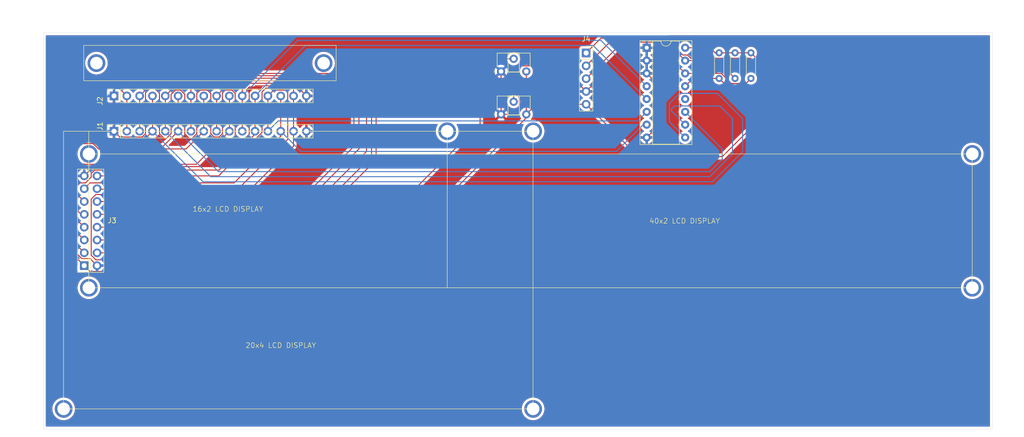
<source format=kicad_pcb>
(kicad_pcb (version 20240108) (generator "pcbnew") (generator_version "8.0")
  (layers (0 "F.Cu" signal) (31 "B.Cu" signal) (34 "B.Paste" user) (35 "F.Paste" user) (36 "B.SilkS" user "B.Silkscreen") (37 "F.SilkS" user "F.Silkscreen") (38 "B.Mask" user) (39 "F.Mask" user) (44 "Edge.Cuts" user))
  (net 0 "")
  (net 1 "GND")
  (net 2 "Net-(J1-Pin_6)")
  (net 3 "VDD")
  (net 4 "Net-(J1-Pin_10)")
  (net 5 "Net-(J1-Pin_9)")
  (net 6 "Net-(J1-Pin_14)")
  (net 7 "Net-(J1-Pin_15)")
  (net 8 "Net-(J1-Pin_11)")
  (net 9 "Net-(J1-Pin_5)")
  (net 10 "Net-(J1-Pin_12)")
  (net 11 "Net-(J1-Pin_8)")
  (net 12 "Net-(J1-Pin_7)")
  (net 13 "Net-(J1-Pin_3)")
  (net 14 "Net-(J1-Pin_4)")
  (net 15 "Net-(J1-Pin_13)")
  (net 16 "Net-(J4-Pin_SCL)")
  (net 17 "Net-(J4-Pin_GND)")
  (net 18 "Net-(J4-Pin_VDD)")
  (footprint "Resistor_THT:R_Axial_DIN0204_L3.6mm_D1.6mm_P5.08mm_Horizontal" (layer "F.Cu") (at 179.35 67.46 -90)
    (property "Reference" "R3" (hide yes))
    (property "Value" "10k")
    (fp_line (start 0.62 0.92) (end 4.46 0.92) (stroke (width 0.12)) (layer "F.SilkS"))
    (fp_line (start 0.62 -0.92) (end 4.46 -0.92) (stroke (width 0.12)) (layer "F.SilkS"))
    (pad "1" thru_hole circle (at 0 0 270) (size 1.4 1.4) (drill 0.7) (layers "*.Cu" "*.Mask") (net 3 "VDD"))
    (pad "2" thru_hole oval (at 5.08 0 270) (size 1.4 1.4) (drill 0.7) (layers "*.Cu" "*.Mask") (net 18 "Net-(J4-Pin_VDD)"))
  )
  (footprint "Connector_PinSocket_2.54mm:PinSocket_2x08_P2.54mm_Vertical" (layer "F.Cu") (at 53.58 109.62 180)
    (property "Reference" "J3" (at -5.52 8.92 0) (layer "F.SilkS"))
    (property "Value" "Conn_02x08_Odd_Even" (hide yes))
    (fp_line (start 1.33 1.27) (end 1.33 19.11) (stroke (width 0.12)) (layer "F.SilkS"))
    (fp_line (start 1.33 -1.33) (end 1.33 0) (stroke (width 0.12)) (layer "F.SilkS"))
    (fp_line (start 0 -1.33) (end 1.33 -1.33) (stroke (width 0.12)) (layer "F.SilkS"))
    (fp_line (start -1.27 1.27) (end 1.33 1.27) (stroke (width 0.12)) (layer "F.SilkS"))
    (fp_line (start -1.27 -1.33) (end -1.27 1.27) (stroke (width 0.12)) (layer "F.SilkS"))
    (fp_line (start -3.87 19.11) (end 1.33 19.11) (stroke (width 0.12)) (layer "F.SilkS"))
    (fp_line (start -3.87 -1.33) (end -1.27 -1.33) (stroke (width 0.12)) (layer "F.SilkS"))
    (fp_line (start -3.87 -1.33) (end -3.87 19.11) (stroke (width 0.12)) (layer "F.SilkS"))
    (pad "1" thru_hole oval (at -2.54 0 180) (size 1.7 1.7) (drill 1) (layers "*.Cu" "*.Mask") (net 1 "GND"))
    (pad "2" thru_hole rect (at 0 0 180) (size 1.7 1.7) (drill 1) (layers "*.Cu" "*.Mask") (net 3 "VDD"))
    (pad "3" thru_hole oval (at -2.54 2.54 180) (size 1.7 1.7) (drill 1) (layers "*.Cu" "*.Mask") (net 13 "Net-(J1-Pin_3)"))
    (pad "4" thru_hole oval (at 0 2.54 180) (size 1.7 1.7) (drill 1) (layers "*.Cu" "*.Mask") (net 14 "Net-(J1-Pin_4)"))
    (pad "5" thru_hole oval (at -2.54 5.08 180) (size 1.7 1.7) (drill 1) (layers "*.Cu" "*.Mask") (net 9 "Net-(J1-Pin_5)"))
    (pad "6" thru_hole oval (at 0 5.08 180) (size 1.7 1.7) (drill 1) (layers "*.Cu" "*.Mask") (net 2 "Net-(J1-Pin_6)"))
    (pad "7" thru_hole oval (at -2.54 7.62 180) (size 1.7 1.7) (drill 1) (layers "*.Cu" "*.Mask") (net 12 "Net-(J1-Pin_7)"))
    (pad "8" thru_hole oval (at 0 7.62 180) (size 1.7 1.7) (drill 1) (layers "*.Cu" "*.Mask") (net 11 "Net-(J1-Pin_8)"))
    (pad "9" thru_hole oval (at -2.54 10.16 180) (size 1.7 1.7) (drill 1) (layers "*.Cu" "*.Mask") (net 5 "Net-(J1-Pin_9)"))
    (pad "10" thru_hole oval (at 0 10.16 180) (size 1.7 1.7) (drill 1) (layers "*.Cu" "*.Mask") (net 4 "Net-(J1-Pin_10)"))
    (pad "11" thru_hole oval (at -2.54 12.7 180) (size 1.7 1.7) (drill 1) (layers "*.Cu" "*.Mask") (net 8 "Net-(J1-Pin_11)"))
    (pad "12" thru_hole oval (at 0 12.7 180) (size 1.7 1.7) (drill 1) (layers "*.Cu" "*.Mask") (net 10 "Net-(J1-Pin_12)"))
    (pad "13" thru_hole oval (at -2.54 15.24 180) (size 1.7 1.7) (drill 1) (layers "*.Cu" "*.Mask") (net 15 "Net-(J1-Pin_13)"))
    (pad "14" thru_hole oval (at 0 15.24 180) (size 1.7 1.7) (drill 1) (layers "*.Cu" "*.Mask") (net 6 "Net-(J1-Pin_14)"))
    (pad "15" thru_hole oval (at -2.54 17.78 180) (size 1.7 1.7) (drill 1) (layers "*.Cu" "*.Mask") (net 7 "Net-(J1-Pin_15)"))
    (pad "16" thru_hole oval (at 0 17.78 180) (size 1.7 1.7) (drill 1) (layers "*.Cu" "*.Mask") (net 1 "GND"))
  )
  (footprint "Resistor_THT:R_Axial_DIN0204_L3.6mm_D1.6mm_P5.08mm_Horizontal" (layer "F.Cu") (at 182.5 67.46 -90)
    (property "Reference" "R2" (hide yes))
    (property "Value" "10k")
    (fp_line (start 0.62 0.92) (end 4.46 0.92) (stroke (width 0.12)) (layer "F.SilkS"))
    (fp_line (start 0.62 -0.92) (end 4.46 -0.92) (stroke (width 0.12)) (layer "F.SilkS"))
    (pad "1" thru_hole circle (at 0 0 270) (size 1.4 1.4) (drill 0.7) (layers "*.Cu" "*.Mask") (net 3 "VDD"))
    (pad "2" thru_hole oval (at 5.08 0 270) (size 1.4 1.4) (drill 0.7) (layers "*.Cu" "*.Mask") (net 17 "Net-(J4-Pin_GND)"))
  )
  (footprint "Connector_PinSocket_2.54mm:PinSocket_1x16_P2.54mm_Vertical" (layer "F.Cu") (at 59.48 83 90)
    (property "Reference" "J1" (at 1 -2.77 90) (layer "F.SilkS"))
    (property "Value" "Conn_01x16_Pin" (hide yes))
    (fp_line (start 1.33 -1.33) (end 1.33 0) (stroke (width 0.12)) (layer "F.SilkS"))
    (fp_line (start 0 -1.33) (end 1.33 -1.33) (stroke (width 0.12)) (layer "F.SilkS"))
    (fp_line (start 1.33 1.27) (end 1.33 39.43) (stroke (width 0.12)) (layer "F.SilkS"))
    (fp_line (start -1.33 1.27) (end 1.33 1.27) (stroke (width 0.12)) (layer "F.SilkS"))
    (fp_line (start -1.33 1.27) (end -1.33 39.43) (stroke (width 0.12)) (layer "F.SilkS"))
    (fp_line (start -1.33 39.43) (end 1.33 39.43) (stroke (width 0.12)) (layer "F.SilkS"))
    (pad "1" thru_hole rect (at 0 0 90) (size 1.7 1.7) (drill 1) (layers "*.Cu" "*.Mask") (net 1 "GND"))
    (pad "2" thru_hole oval (at 0 2.54 90) (size 1.7 1.7) (drill 1) (layers "*.Cu" "*.Mask") (net 3 "VDD"))
    (pad "3" thru_hole oval (at 0 5.08 90) (size 1.7 1.7) (drill 1) (layers "*.Cu" "*.Mask") (net 13 "Net-(J1-Pin_3)"))
    (pad "4" thru_hole oval (at 0 7.62 90) (size 1.7 1.7) (drill 1) (layers "*.Cu" "*.Mask") (net 14 "Net-(J1-Pin_4)"))
    (pad "5" thru_hole oval (at 0 10.16 90) (size 1.7 1.7) (drill 1) (layers "*.Cu" "*.Mask") (net 9 "Net-(J1-Pin_5)"))
    (pad "6" thru_hole oval (at 0 12.7 90) (size 1.7 1.7) (drill 1) (layers "*.Cu" "*.Mask") (net 2 "Net-(J1-Pin_6)"))
    (pad "7" thru_hole oval (at 0 15.24 90) (size 1.7 1.7) (drill 1) (layers "*.Cu" "*.Mask") (net 12 "Net-(J1-Pin_7)"))
    (pad "8" thru_hole oval (at 0 17.78 90) (size 1.7 1.7) (drill 1) (layers "*.Cu" "*.Mask") (net 11 "Net-(J1-Pin_8)"))
    (pad "9" thru_hole oval (at 0 20.32 90) (size 1.7 1.7) (drill 1) (layers "*.Cu" "*.Mask") (net 5 "Net-(J1-Pin_9)"))
    (pad "10" thru_hole oval (at 0 22.86 90) (size 1.7 1.7) (drill 1) (layers "*.Cu" "*.Mask") (net 4 "Net-(J1-Pin_10)"))
    (pad "11" thru_hole oval (at 0 25.4 90) (size 1.7 1.7) (drill 1) (layers "*.Cu" "*.Mask") (net 8 "Net-(J1-Pin_11)"))
    (pad "12" thru_hole oval (at 0 27.94 90) (size 1.7 1.7) (drill 1) (layers "*.Cu" "*.Mask") (net 10 "Net-(J1-Pin_12)"))
    (pad "13" thru_hole oval (at 0 30.48 90) (size 1.7 1.7) (drill 1) (layers "*.Cu" "*.Mask") (net 15 "Net-(J1-Pin_13)"))
    (pad "14" thru_hole oval (at 0 33.02 90) (size 1.7 1.7) (drill 1) (layers "*.Cu" "*.Mask") (net 6 "Net-(J1-Pin_14)"))
    (pad "15" thru_hole oval (at 0 35.56 90) (size 1.7 1.7) (drill 1) (layers "*.Cu" "*.Mask") (net 7 "Net-(J1-Pin_15)"))
    (pad "16" thru_hole oval (at 0 38.1 90) (size 1.7 1.7) (drill 1) (layers "*.Cu" "*.Mask") (net 1 "GND"))
  )
  (footprint "Potentiometer_THT:Potentiometer_ACP_CA6-H2,5_Horizontal" (layer "F.Cu") (at 136.15 79.65 90)
    (property "Reference" "RV2" (hide yes))
    (property "Value" "10k")
    (fp_line (start 3.62 -0.77) (end 3.62 5.77) (stroke (width 0.12)) (layer "F.SilkS"))
    (fp_line (start 0.925 -0.77) (end 3.62 -0.77) (stroke (width 0.12)) (layer "F.SilkS"))
    (fp_line (start -0.121 1.066) (end -0.121 3.935) (stroke (width 0.12)) (layer "F.SilkS"))
    (fp_line (start 3.62 1.38) (end 3.62 3.62) (stroke (width 0.12)) (layer "F.SilkS"))
    (fp_line (start -0.121 1.38) (end 3.62 1.38) (stroke (width 0.12)) (layer "F.SilkS"))
    (fp_line (start -0.121 1.38) (end -0.121 3.62) (stroke (width 0.12)) (layer "F.SilkS"))
    (fp_line (start -0.121 3.62) (end 3.62 3.62) (stroke (width 0.12)) (layer "F.SilkS"))
    (fp_line (start 0.925 5.77) (end 3.62 5.77) (stroke (width 0.12)) (layer "F.SilkS"))
    (pad "1" thru_hole circle (at 0 0 90) (size 1.62 1.62) (drill 0.9) (layers "*.Cu" "*.Mask") (net 1 "GND"))
    (pad "2" thru_hole circle (at 2.5 2.5 90) (size 1.62 1.62) (drill 0.9) (layers "*.Cu" "*.Mask") (net 7 "Net-(J1-Pin_15)"))
    (pad "3" thru_hole circle (at 0 5 90) (size 1.62 1.62) (drill 0.9) (layers "*.Cu" "*.Mask") (net 3 "VDD"))
  )
  (footprint "Package_DIP:DIP-16_W7.62mm_Socket" (layer "F.Cu") (at 165 66.46)
    (property "Reference" "U1" (hide yes))
    (property "Value" "PCF8574A")
    (fp_line (start -1.33 -1.39) (end -1.33 19.17) (stroke (width 0.12)) (layer "F.SilkS"))
    (fp_line (start -1.33 19.17) (end 8.95 19.17) (stroke (width 0.12)) (layer "F.SilkS"))
    (fp_line (start 1.16 -1.33) (end 1.16 19.11) (stroke (width 0.12)) (layer "F.SilkS"))
    (fp_line (start 1.16 19.11) (end 6.46 19.11) (stroke (width 0.12)) (layer "F.SilkS"))
    (fp_line (start 2.81 -1.33) (end 1.16 -1.33) (stroke (width 0.12)) (layer "F.SilkS"))
    (fp_line (start 6.46 -1.33) (end 4.81 -1.33) (stroke (width 0.12)) (layer "F.SilkS"))
    (fp_line (start 6.46 19.11) (end 6.46 -1.33) (stroke (width 0.12)) (layer "F.SilkS"))
    (fp_line (start 8.95 -1.39) (end -1.33 -1.39) (stroke (width 0.12)) (layer "F.SilkS"))
    (fp_line (start 8.95 19.17) (end 8.95 -1.39) (stroke (width 0.12)) (layer "F.SilkS"))
    (fp_arc (start 4.81 -1.33) (mid 3.81 -0.33) (end 2.81 -1.33) (stroke (width 0.12)) (layer "F.SilkS"))
    (pad "1" thru_hole rect (at 0 0) (size 1.6 1.6) (drill 0.8) (layers "*.Cu" "*.Mask") (net 1 "GND"))
    (pad "2" thru_hole oval (at 0 2.54) (size 1.6 1.6) (drill 0.8) (layers "*.Cu" "*.Mask") (net 1 "GND"))
    (pad "3" thru_hole oval (at 0 5.08) (size 1.6 1.6) (drill 0.8) (layers "*.Cu" "*.Mask") (net 1 "GND"))
    (pad "4" thru_hole oval (at 0 7.62) (size 1.6 1.6) (drill 0.8) (layers "*.Cu" "*.Mask") (net 8 "Net-(J1-Pin_11)"))
    (pad "5" thru_hole oval (at 0 10.16) (size 1.6 1.6) (drill 0.8) (layers "*.Cu" "*.Mask") (net 10 "Net-(J1-Pin_12)"))
    (pad "6" thru_hole oval (at 0 12.7) (size 1.6 1.6) (drill 0.8) (layers "*.Cu" "*.Mask") (net 15 "Net-(J1-Pin_13)"))
    (pad "7" thru_hole oval (at 0 15.24) (size 1.6 1.6) (drill 0.8) (layers "*.Cu" "*.Mask") (net 6 "Net-(J1-Pin_14)"))
    (pad "8" thru_hole oval (at 0 17.78) (size 1.6 1.6) (drill 0.8) (layers "*.Cu" "*.Mask") (net 1 "GND"))
    (pad "9" thru_hole oval (at 7.62 17.78) (size 1.6 1.6) (drill 0.8) (layers "*.Cu" "*.Mask") (net 14 "Net-(J1-Pin_4)"))
    (pad "10" thru_hole oval (at 7.62 15.24) (size 1.6 1.6) (drill 0.8) (layers "*.Cu" "*.Mask") (net 9 "Net-(J1-Pin_5)"))
    (pad "11" thru_hole oval (at 7.62 12.7) (size 1.6 1.6) (drill 0.8) (layers "*.Cu" "*.Mask") (net 2 "Net-(J1-Pin_6)"))
    (pad "12" thru_hole oval (at 7.62 10.16) (size 1.6 1.6) (drill 0.8) (layers "*.Cu" "*.Mask"))
    (pad "13" thru_hole oval (at 7.62 7.62) (size 1.6 1.6) (drill 0.8) (layers "*.Cu" "*.Mask") (net 18 "Net-(J4-Pin_VDD)"))
    (pad "14" thru_hole oval (at 7.62 5.08) (size 1.6 1.6) (drill 0.8) (layers "*.Cu" "*.Mask") (net 16 "Net-(J4-Pin_SCL)"))
    (pad "15" thru_hole oval (at 7.62 2.54) (size 1.6 1.6) (drill 0.8) (layers "*.Cu" "*.Mask") (net 17 "Net-(J4-Pin_GND)"))
    (pad "16" thru_hole oval (at 7.62 0) (size 1.6 1.6) (drill 0.8) (layers "*.Cu" "*.Mask") (net 3 "VDD"))
  )
  (footprint "Connector_PinSocket_2.54mm:PinSocket_1x05_P2.54mm_Vertical" (layer "F.Cu") (at 153 67.5)
    (property "Reference" "J4" (at 0 -2.77 0) (layer "F.SilkS"))
    (property "Value" "Conn_01x05_Socket" (hide yes))
    (fp_line (start -1.33 1.27) (end -1.33 11.49) (stroke (width 0.12)) (layer "F.SilkS"))
    (fp_line (start -1.33 1.27) (end 1.33 1.27) (stroke (width 0.12)) (layer "F.SilkS"))
    (fp_line (start -1.33 11.49) (end 1.33 11.49) (stroke (width 0.12)) (layer "F.SilkS"))
    (fp_line (start 0 -1.33) (end 1.33 -1.33) (stroke (width 0.12)) (layer "F.SilkS"))
    (fp_line (start 1.33 -1.33) (end 1.33 0) (stroke (width 0.12)) (layer "F.SilkS"))
    (fp_line (start 1.33 1.27) (end 1.33 11.49) (stroke (width 0.12)) (layer "F.SilkS"))
    (pad "1" thru_hole rect (at 0 0) (size 1.7 1.7) (drill 1) (layers "*.Cu" "*.Mask") (net 18 "Net-(J4-Pin_VDD)"))
    (pad "2" thru_hole oval (at 0 2.54) (size 1.7 1.7) (drill 1) (layers "*.Cu" "*.Mask") (net 17 "Net-(J4-Pin_GND)"))
    (pad "3" thru_hole oval (at 0 5.08) (size 1.7 1.7) (drill 1) (layers "*.Cu" "*.Mask") (net 16 "Net-(J4-Pin_SCL)"))
    (pad "4" thru_hole oval (at 0 7.62) (size 1.7 1.7) (drill 1) (layers "*.Cu" "*.Mask") (net 1 "GND"))
    (pad "5" thru_hole oval (at 0 10.16) (size 1.7 1.7) (drill 1) (layers "*.Cu" "*.Mask") (net 3 "VDD"))
  )
  (footprint "Connector_PinSocket_2.54mm:PinSocket_1x16_P2.54mm_Vertical" (layer "F.Cu") (at 59.48 76 90)
    (property "Reference" "J2" (at -1 -2.77 90) (layer "F.SilkS"))
    (property "Value" "Conn_01x16_Pin" (hide yes))
    (fp_line (start 1.33 -1.33) (end 1.33 0) (stroke (width 0.12)) (layer "F.SilkS"))
    (fp_line (start 0 -1.33) (end 1.33 -1.33) (stroke (width 0.12)) (layer "F.SilkS"))
    (fp_line (start 1.33 1.27) (end 1.33 39.43) (stroke (width 0.12)) (layer "F.SilkS"))
    (fp_line (start -1.33 1.27) (end 1.33 1.27) (stroke (width 0.12)) (layer "F.SilkS"))
    (fp_line (start -1.33 1.27) (end -1.33 39.43) (stroke (width 0.12)) (layer "F.SilkS"))
    (fp_line (start -1.33 39.43) (end 1.33 39.43) (stroke (width 0.12)) (layer "F.SilkS"))
    (pad "1" thru_hole rect (at 0 0 90) (size 1.7 1.7) (drill 1) (layers "*.Cu" "*.Mask") (net 1 "GND"))
    (pad "2" thru_hole oval (at 0 2.54 90) (size 1.7 1.7) (drill 1) (layers "*.Cu" "*.Mask") (net 3 "VDD"))
    (pad "3" thru_hole oval (at 0 5.08 90) (size 1.7 1.7) (drill 1) (layers "*.Cu" "*.Mask") (net 13 "Net-(J1-Pin_3)"))
    (pad "4" thru_hole oval (at 0 7.62 90) (size 1.7 1.7) (drill 1) (layers "*.Cu" "*.Mask") (net 14 "Net-(J1-Pin_4)"))
    (pad "5" thru_hole oval (at 0 10.16 90) (size 1.7 1.7) (drill 1) (layers "*.Cu" "*.Mask") (net 9 "Net-(J1-Pin_5)"))
    (pad "6" thru_hole oval (at 0 12.7 90) (size 1.7 1.7) (drill 1) (layers "*.Cu" "*.Mask") (net 2 "Net-(J1-Pin_6)"))
    (pad "7" thru_hole oval (at 0 15.24 90) (size 1.7 1.7) (drill 1) (layers "*.Cu" "*.Mask") (net 12 "Net-(J1-Pin_7)"))
    (pad "8" thru_hole oval (at 0 17.78 90) (size 1.7 1.7) (drill 1) (layers "*.Cu" "*.Mask") (net 11 "Net-(J1-Pin_8)"))
    (pad "9" thru_hole oval (at 0 20.32 90) (size 1.7 1.7) (drill 1) (layers "*.Cu" "*.Mask") (net 5 "Net-(J1-Pin_9)"))
    (pad "10" thru_hole oval (at 0 22.86 90) (size 1.7 1.7) (drill 1) (layers "*.Cu" "*.Mask") (net 4 "Net-(J1-Pin_10)"))
    (pad "11" thru_hole oval (at 0 25.4 90) (size 1.7 1.7) (drill 1) (layers "*.Cu" "*.Mask") (net 8 "Net-(J1-Pin_11)"))
    (pad "12" thru_hole oval (at 0 27.94 90) (size 1.7 1.7) (drill 1) (layers "*.Cu" "*.Mask") (net 10 "Net-(J1-Pin_12)"))
    (pad "13" thru_hole oval (at 0 30.48 90) (size 1.7 1.7) (drill 1) (layers "*.Cu" "*.Mask") (net 15 "Net-(J1-Pin_13)"))
    (pad "14" thru_hole oval (at 0 33.02 90) (size 1.7 1.7) (drill 1) (layers "*.Cu" "*.Mask") (net 6 "Net-(J1-Pin_14)"))
    (pad "15" thru_hole oval (at 0 35.56 90) (size 1.7 1.7) (drill 1) (layers "*.Cu" "*.Mask") (net 7 "Net-(J1-Pin_15)"))
    (pad "16" thru_hole oval (at 0 38.1 90) (size 1.7 1.7) (drill 1) (layers "*.Cu" "*.Mask") (net 1 "GND"))
  )
  (footprint "Potentiometer_THT:Potentiometer_ACP_CA6-H2,5_Horizontal" (layer "F.Cu") (at 136.15 71.15 90)
    (property "Reference" "RV1" (hide yes))
    (property "Value" "10k")
    (fp_line (start 3.62 -0.77) (end 3.62 5.77) (stroke (width 0.12)) (layer "F.SilkS"))
    (fp_line (start 0.925 -0.77) (end 3.62 -0.77) (stroke (width 0.12)) (layer "F.SilkS"))
    (fp_line (start -0.121 1.066) (end -0.121 3.935) (stroke (width 0.12)) (layer "F.SilkS"))
    (fp_line (start 3.62 1.38) (end 3.62 3.62) (stroke (width 0.12)) (layer "F.SilkS"))
    (fp_line (start -0.121 1.38) (end 3.62 1.38) (stroke (width 0.12)) (layer "F.SilkS"))
    (fp_line (start -0.121 1.38) (end -0.121 3.62) (stroke (width 0.12)) (layer "F.SilkS"))
    (fp_line (start -0.121 3.62) (end 3.62 3.62) (stroke (width 0.12)) (layer "F.SilkS"))
    (fp_line (start 0.925 5.77) (end 3.62 5.77) (stroke (width 0.12)) (layer "F.SilkS"))
    (pad "1" thru_hole circle (at 0 0 90) (size 1.62 1.62) (drill 0.9) (layers "*.Cu" "*.Mask") (net 1 "GND"))
    (pad "2" thru_hole circle (at 2.5 2.5 90) (size 1.62 1.62) (drill 0.9) (layers "*.Cu" "*.Mask") (net 13 "Net-(J1-Pin_3)"))
    (pad "3" thru_hole circle (at 0 5 90) (size 1.62 1.62) (drill 0.9) (layers "*.Cu" "*.Mask") (net 3 "VDD"))
  )
  (footprint "Resistor_THT:R_Axial_DIN0204_L3.6mm_D1.6mm_P5.08mm_Horizontal" (layer "F.Cu") (at 185.65 67.46 -90)
    (property "Reference" "R1" (hide yes))
    (property "Value" "10k")
    (fp_line (start 0.62 0.92) (end 4.46 0.92) (stroke (width 0.12)) (layer "F.SilkS"))
    (fp_line (start 0.62 -0.92) (end 4.46 -0.92) (stroke (width 0.12)) (layer "F.SilkS"))
    (pad "1" thru_hole circle (at 0 0 270) (size 1.4 1.4) (drill 0.7) (layers "*.Cu" "*.Mask") (net 3 "VDD"))
    (pad "2" thru_hole oval (at 5.08 0 270) (size 1.4 1.4) (drill 0.7) (layers "*.Cu" "*.Mask") (net 16 "Net-(J4-Pin_SCL)"))
  )
  (gr_rect (start 54.48 87.5) (end 229.48 114) (stroke (width 0.1)) (fill none) (layer "F.SilkS"))
  (gr_rect (start 53.48 66) (end 103.48 73) (stroke (width 0.1)) (fill none) (layer "F.SilkS"))
  (gr_rect (start 54.48 83) (end 125.48 114) (stroke (width 0.1)) (fill none) (layer "F.SilkS"))
  (gr_rect (start 49.48 83) (end 142.48 138) (stroke (width 0.1)) (fill none) (layer "F.SilkS"))
  (gr_rect (start 45.48 63.5) (end 233.5 142) (stroke (width 0.05)) (fill none) (layer "Edge.Cuts"))
  (gr_text "40x2 LCD DISPLAY\n" (at 165.48 101.35 0) (layer "F.SilkS") (effects (font (size 1 1) (thickness 0.1)) (justify left bottom)))
  (gr_text "20x4 LCD DISPLAY\n" (at 85.48 126 0) (layer "F.SilkS") (effects (font (size 1 1) (thickness 0.1)) (justify left bottom)))
  (gr_text "16x2 LCD DISPLAY\n" (at 75 99 0) (layer "F.SilkS") (effects (font (size 1 1) (thickness 0.1)) (justify left bottom)))
  (via (at 229.5 87.5) (size 3.5) (drill 2.5) (layers "F.Cu" "B.Cu") (net 0))
  (via (at 54.5 87.5) (size 3.5) (drill 2.5) (layers "F.Cu" "B.Cu") (net 0))
  (via (at 229.5 114) (size 3.5) (drill 2.5) (layers "F.Cu" "B.Cu") (net 0))
  (via (at 49.5 138) (size 3.5) (drill 2.5) (layers "F.Cu" "B.Cu") (net 0))
  (via (at 101 69.5) (size 3.5) (drill 2.5) (layers "F.Cu" "B.Cu") (net 0))
  (via (at 142.5 83) (size 3.5) (drill 2.5) (layers "F.Cu" "B.Cu") (net 0))
  (via (at 54.5 114) (size 3.5) (drill 2.5) (layers "F.Cu" "B.Cu") (net 0))
  (via (at 142.5 138) (size 3.5) (drill 2.5) (layers "F.Cu" "B.Cu") (net 0))
  (via (at 56 69.5) (size 3.5) (drill 2.5) (layers "F.Cu" "B.Cu") (net 0))
  (via (at 125.48 83) (size 3.5) (drill 2.5) (layers "F.Cu" "B.Cu") (net 0))
  (segment (start 55.767968 90) (end 79.854314 90) (width 0.2) (layer "F.Cu") (net 1))
  (segment (start 55.07 90.35) (end 55.417968 90.35) (width 0.2) (layer "F.Cu") (net 1))
  (segment (start 86.27 75.23) (end 87.5 74) (width 0.2) (layer "F.Cu") (net 1))
  (segment (start 48 85) (end 48 103.126346) (width 0.2) (layer "F.Cu") (net 1))
  (segment (start 67.5 74.5) (end 66.625686 74.5) (width 0.2) (layer "F.Cu") (net 1))
  (segment (start 78.65 83.476346) (end 78.65 75.523654) (width 0.2) (layer "F.Cu") (net 1))
  (segment (start 65.71 75.415686) (end 65.71 83.476346) (width 0.2) (layer "F.Cu") (net 1))
  (segment (start 72.656346 74.85) (end 71.65 74.85) (width 0.2) (layer "F.Cu") (net 1))
  (segment (start 78.65 75.523654) (end 77.976346 74.85) (width 0.2) (layer "F.Cu") (net 1))
  (segment (start 55.417968 90.35) (end 55.767968 90) (width 0.2) (layer "F.Cu") (net 1))
  (segment (start 95.58 74) (end 97.58 76) (width 0.2) (layer "F.Cu") (net 1))
  (segment (start 168.5 80.74) (end 168.5 75.04) (width 0.2) (layer "F.Cu") (net 1))
  (segment (start 69.766346 84.5) (end 69.5 84.5) (width 0.2) (layer "F.Cu") (net 1))
  (segment (start 65.71 83.476346) (end 65.036346 84.15) (width 0.2) (layer "F.Cu") (net 1))
  (segment (start 139.76 78.74) (end 138.85 79.65) (width 0.2) (layer "F.Cu") (net 1))
  (segment (start 75.87 83.476346) (end 74.846346 84.5) (width 0.2) (layer "F.Cu") (net 1))
  (segment (start 80.95 83.476346) (end 80.276346 84.15) (width 0.2) (layer "F.Cu") (net 1))
  (segment (start 79.854314 90) (end 84.677157 85.177157) (width 0.2) (layer "F.Cu") (net 1))
  (segment (start 168.5 75.04) (end 165 71.54) (width 0.2) (layer "F.Cu") (net 1))
  (segment (start 87.5 74) (end 95.58 74) (width 0.2) (layer "F.Cu") (net 1))
  (segment (start 81.515686 74.85) (end 80.95 75.415686) (width 0.2) (layer "F.Cu") (net 1))
  (segment (start 59.48 83) (end 50 83) (width 0.2) (layer "F.Cu") (net 1))
  (segment (start 83.49 75.523654) (end 82.816346 74.85) (width 0.2) (layer "F.Cu") (net 1))
  (segment (start 71.65 74.85) (end 70.79 75.71) (width 0.2) (layer "F.Cu") (net 1))
  (segment (start 84.677157 85.177157) (end 83.49 83.99) (width 0.2) (layer "F.Cu") (net 1))
  (segment (start 136.15 79.65) (end 135.65 79.65) (width 0.2) (layer "F.Cu") (net 1))
  (segment (start 48 103.126346) (end 53.103654 108.23) (width 0.2) (layer "F.Cu") (net 1))
  (segment (start 55.417968 90.35) (end 55.35 90.35) (width 0.2) (layer "F.Cu") (net 1))
  (segment (start 165 71.54) (end 165 66.46) (width 0.2) (layer "F.Cu") (net 1))
  (segment (start 50 83) (end 48 85) (width 0.2) (layer "F.Cu") (net 1))
  (segment (start 60.63 84.15) (end 59.48 83) (width 0.2) (layer "F.Cu") (net 1))
  (segment (start 83.49 83.99) (end 83.49 75.523654) (width 0.2) (layer "F.Cu") (net 1))
  (segment (start 165 71.54) (end 156.58 71.54) (width 0.2) (layer "F.Cu") (net 1))
  (segment (start 80.95 75.415686) (end 80.95 83.476346) (width 0.2) (layer "F.Cu") (net 1))
  (segment (start 70.79 83.476346) (end 69.766346 84.5) (width 0.2) (layer "F.Cu") (net 1))
  (segment (start 79.323654 84.15) (end 78.65 83.476346) (width 0.2) (layer "F.Cu") (net 1))
  (segment (start 165 84.24) (end 168.5 80.74) (width 0.2) (layer "F.Cu") (net 1))
  (segment (start 68.49 75.49) (end 67.5 74.5) (width 0.2) (layer "F.Cu") (net 1))
  (segment (start 84.677157 85.177157) (end 86.27 83.584314) (width 0.2) (layer "F.Cu") (net 1))
  (segment (start 74.5 84.5) (end 73.5 83.5) (width 0.2) (layer "F.Cu") (net 1))
  (segment (start 54.73 108.23) (end 56.12 109.62) (width 0.2) (layer "F.Cu") (net 1))
  (segment (start 106.18 109.62) (end 56.12 109.62) (width 0.2) (layer "F.Cu") (net 1))
  (segment (start 75.87 75.523654) (end 75.87 83.476346) (width 0.2) (layer "F.Cu") (net 1))
  (segment (start 69.5 84.5) (end 68.49 83.49) (width 0.2) (layer "F.Cu") (net 1))
  (segment (start 66.625686 74.5) (end 65.71 75.415686) (width 0.2) (layer "F.Cu") (net 1))
  (segment (start 73.5 75.693654) (end 72.656346 74.85) (width 0.2) (layer "F.Cu") (net 1))
  (segment (start 82.816346 74.85) (end 81.515686 74.85) (width 0.2) (layer "F.Cu") (net 1))
  (segment (start 70.79 75.71) (end 70.79 83.476346) (width 0.2) (layer "F.Cu") (net 1))
  (segment (start 136.15 79.65) (end 106.18 109.62) (width 0.2) (layer "F.Cu") (net 1))
  (segment (start 156.58 71.54) (end 153 75.12) (width 0.2) (layer "F.Cu") (net 1))
  (segment (start 73.5 83.5) (end 73.5 75.693654) (width 0.2) (layer "F.Cu") (net 1))
  (segment (start 86.27 83.584314) (end 86.27 75.23) (width 0.2) (layer "F.Cu") (net 1))
  (segment (start 80.276346 84.15) (end 79.323654 84.15) (width 0.2) (layer "F.Cu") (net 1))
  (segment (start 53.58 91.84) (end 55.07 90.35) (width 0.2) (layer "F.Cu") (net 1))
  (segment (start 68.49 83.49) (end 68.49 75.49) (width 0.2) (layer "F.Cu") (net 1))
  (segment (start 139.96 70.04) (end 139.76 70.24) (width 0.2) (layer "F.Cu") (net 1))
  (segment (start 74.846346 84.5) (end 74.5 84.5) (width 0.2) (layer "F.Cu") (net 1))
  (segment (start 76.543654 74.85) (end 75.87 75.523654) (width 0.2) (layer "F.Cu") (net 1))
  (segment (start 77.976346 74.85) (end 76.543654 74.85) (width 0.2) (layer "F.Cu") (net 1))
  (segment (start 147.92 70.04) (end 139.96 70.04) (width 0.2) (layer "F.Cu") (net 1))
  (segment (start 59.48 76) (end 59.48 83) (width 0.2) (layer "F.Cu") (net 1))
  (segment (start 139.76 70.24) (end 139.76 78.74) (width 0.2) (layer "F.Cu") (net 1))
  (segment (start 136.15 79.65) (end 136.15 71.15) (width 0.2) (layer "F.Cu") (net 1))
  (segment (start 53.103654 108.23) (end 54.73 108.23) (width 0.2) (layer "F.Cu") (net 1))
  (segment (start 97.58 76) (end 97.58 83) (width 0.2) (layer "F.Cu") (net 1))
  (segment (start 65.036346 84.15) (end 60.63 84.15) (width 0.2) (layer "F.Cu") (net 1))
  (segment (start 138.85 79.65) (end 136.15 79.65) (width 0.2) (layer "F.Cu") (net 1))
  (segment (start 153 75.12) (end 147.92 70.04) (width 0.2) (layer "F.Cu") (net 1))
  (segment (start 49 99.96) (end 49 87.5) (width 0.2) (layer "F.Cu") (net 2))
  (segment (start 69.18 86) (end 72.18 83) (width 0.2) (layer "F.Cu") (net 2))
  (segment (start 56.464824 86) (end 69.18 86) (width 0.2) (layer "F.Cu") (net 2))
  (segment (start 49 87.5) (end 51.45 85.05) (width 0.2) (layer "F.Cu") (net 2))
  (segment (start 53.58 104.54) (end 49 99.96) (width 0.2) (layer "F.Cu") (net 2))
  (segment (start 72.18 76) (end 72.18 83) (width 0.2) (layer "F.Cu") (net 2))
  (segment (start 55.514824 85.05) (end 56.464824 86) (width 0.2) (layer "F.Cu") (net 2))
  (segment (start 51.45 85.05) (end 55.514824 85.05) (width 0.2) (layer "F.Cu") (net 2))
  (segment (start 80.18 91) (end 72.18 83) (width 0.2) (layer "B.Cu") (net 2))
  (segment (start 179.96 88.54) (end 177.5 91) (width 0.2) (layer "B.Cu") (net 2))
  (segment (start 179.96 86.5) (end 179.96 88.54) (width 0.2) (layer "B.Cu") (net 2))
  (segment (start 177.5 91) (end 80.18 91) (width 0.2) (layer "B.Cu") (net 2))
  (segment (start 172.62 79.16) (end 179.96 86.5) (width 0.2) (layer "B.Cu") (net 2))
  (segment (start 62.02 76) (end 60.02 74) (width 0.2) (layer "F.Cu") (net 3))
  (segment (start 179.35 67.46) (end 185.65 67.46) (width 0.2) (layer "F.Cu") (net 3))
  (segment (start 54.73 110.77) (end 53.58 109.62) (width 0.2) (layer "F.Cu") (net 3))
  (segment (start 153 77.66) (end 163.34 88) (width 0.2) (layer "F.Cu") (net 3))
  (segment (start 110.73 110.77) (end 54.73 110.77) (width 0.2) (layer "F.Cu") (net 3))
  (segment (start 177.54 66.46) (end 172.62 66.46) (width 0.2) (layer "F.Cu") (net 3))
  (segment (start 143.14 77.66) (end 141.15 79.65) (width 0.2) (layer "F.Cu") (net 3))
  (segment (start 53.58 109.62) (end 47.5 103.54) (width 0.2) (layer "F.Cu") (net 3))
  (segment (start 141.15 79.65) (end 141.15 80.35) (width 0.2) (layer "F.Cu") (net 3))
  (segment (start 180 88) (end 192 76) (width 0.2) (layer "F.Cu") (net 3))
  (segment (start 185.65 67.46) (end 192 73.81) (width 0.2) (layer "F.Cu") (net 3))
  (segment (start 62.02 76) (end 62.02 83) (width 0.2) (layer "F.Cu") (net 3))
  (segment (start 47.5 103.54) (end 47.5 77.5) (width 0.2) (layer "F.Cu") (net 3))
  (segment (start 141.15 71.15) (end 141.15 79.65) (width 0.2) (layer "F.Cu") (net 3))
  (segment (start 141.15 80.35) (end 110.73 110.77) (width 0.2) (layer "F.Cu") (net 3))
  (segment (start 163.34 88) (end 180 88) (width 0.2) (layer "F.Cu") (net 3))
  (segment (start 153 77.66) (end 143.14 77.66) (width 0.2) (layer "F.Cu") (net 3))
  (segment (start 192 76) (end 192 73.81) (width 0.2) (layer "F.Cu") (net 3))
  (segment (start 179.35 67.46) (end 178.54 67.46) (width 0.2) (layer "F.Cu") (net 3))
  (segment (start 178.54 67.46) (end 177.54 66.46) (width 0.2) (layer "F.Cu") (net 3))
  (segment (start 60.02 74) (end 51 74) (width 0.2) (layer "F.Cu") (net 3))
  (segment (start 47.5 77.5) (end 51 74) (width 0.2) (layer "F.Cu") (net 3))
  (segment (start 50 96.5) (end 50 91) (width 0.2) (layer "F.Cu") (net 4))
  (segment (start 51.5 89.5) (end 53.600862 89.5) (width 0.2) (layer "F.Cu") (net 4))
  (segment (start 53.650862 89.55) (end 75.79 89.55) (width 0.2) (layer "F.Cu") (net 4))
  (segment (start 53.58 99.46) (end 52.96 99.46) (width 0.2) (layer "F.Cu") (net 4))
  (segment (start 52.96 99.46) (end 50 96.5) (width 0.2) (layer "F.Cu") (net 4))
  (segment (start 75.79 89.55) (end 82.34 83) (width 0.2) (layer "F.Cu") (net 4))
  (segment (start 50 91) (end 51.5 89.5) (width 0.2) (layer "F.Cu") (net 4))
  (segment (start 82.34 76) (end 82.34 83) (width 0.2) (layer "F.Cu") (net 4))
  (segment (start 53.600862 89.5) (end 53.650862 89.55) (width 0.2) (layer "F.Cu") (net 4))
  (segment (start 108 86.5) (end 108 77.5) (width 0.2) (layer "F.Cu") (net 5))
  (segment (start 56.12 99.46) (end 95.04 99.46) (width 0.2) (layer "F.Cu") (net 5))
  (segment (start 82.8 73) (end 79.8 76) (width 0.2) (layer "F.Cu") (net 5))
  (segment (start 103.5 73) (end 82.8 73) (width 0.2) (layer "F.Cu") (net 5))
  (segment (start 79.8 76) (end 79.8 83) (width 0.2) (layer "F.Cu") (net 5))
  (segment (start 108 77.5) (end 103.5 73) (width 0.2) (layer "F.Cu") (net 5))
  (segment (start 95.04 99.46) (end 108 86.5) (width 0.2) (layer "F.Cu") (net 5))
  (segment (start 54.73 93.23) (end 83.27 93.23) (width 0.2) (layer "F.Cu") (net 6))
  (segment (start 92.5 84) (end 92.5 83) (width 0.2) (layer "F.Cu") (net 6))
  (segment (start 83.27 93.23) (end 92.5 84) (width 0.2) (layer "F.Cu") (net 6))
  (segment (start 92.5 76) (end 92.5 83) (width 0.2) (layer "F.Cu") (net 6))
  (segment (start 53.58 94.38) (end 54.73 93.23) (width 0.2) (layer "F.Cu") (net 6))
  (segment (start 96.5 87) (end 92.5 83) (width 0.2) (layer "B.Cu") (net 6))
  (segment (start 164.3 81.7) (end 159 87) (width 0.2) (layer "B.Cu") (net 6))
  (segment (start 159 87) (end 96.5 87) (width 0.2) (layer "B.Cu") (net 6))
  (segment (start 165 81.7) (end 164.3 81.7) (width 0.2) (layer "B.Cu") (net 6))
  (segment (start 88.81 75.19) (end 89.55 74.45) (width 0.2) (layer "F.Cu") (net 7))
  (segment (start 105.03 108.47) (end 55.883654 108.47) (width 0.2) (layer "F.Cu") (net 7))
  (segment (start 94.95 74.45) (end 95.04 74.54) (width 0.2) (layer "F.Cu") (net 7))
  (segment (start 56.12 91.84) (end 80.206346 91.84) (width 0.2) (layer "F.Cu") (net 7))
  (segment (start 137.034889 69.5) (end 133.1 69.5) (width 0.2) (layer "F.Cu") (net 7))
  (segment (start 132 81.5) (end 105.03 108.47) (width 0.2) (layer "F.Cu") (net 7))
  (segment (start 54.97 96.443654) (end 55.883654 95.53) (width 0.2) (layer "F.Cu") (net 7))
  (segment (start 54.97 107.556346) (end 54.97 96.443654) (width 0.2) (layer "F.Cu") (net 7))
  (segment (start 80.523173 91.523173) (end 88.81 83.236346) (width 0.2) (layer "F.Cu") (net 7))
  (segment (start 80.206346 91.84) (end 80.523173 91.523173) (width 0.2) (layer "F.Cu") (net 7))
  (segment (start 85.47 95.53) (end 95.04 85.96) (width 0.2) (layer "F.Cu") (net 7))
  (segment (start 95.04 85.96) (end 95.04 83) (width 0.2) (layer "F.Cu") (net 7))
  (segment (start 95.04 76) (end 95.04 83) (width 0.2) (layer "F.Cu") (net 7))
  (segment (start 138.65 71.115111) (end 137.034889 69.5) (width 0.2) (layer "F.Cu") (net 7))
  (segment (start 138.65 77.15) (end 138.65 71.115111) (width 0.2) (layer "F.Cu") (net 7))
  (segment (start 55.883654 108.47) (end 54.97 107.556346) (width 0.2) (layer "F.Cu") (net 7))
  (segment (start 95.04 74.54) (end 95.04 83) (width 0.2) (layer "F.Cu") (net 7))
  (segment (start 132 70.6) (end 132 81.5) (width 0.2) (layer "F.Cu") (net 7))
  (segment (start 89.55 74.45) (end 94.95 74.45) (width 0.2) (layer "F.Cu") (net 7))
  (segment (start 55.883654 95.53) (end 85.47 95.53) (width 0.2) (layer "F.Cu") (net 7))
  (segment (start 133.1 69.5) (end 132 70.6) (width 0.2) (layer "F.Cu") (net 7))
  (segment (start 56.12 91.84) (end 55.940862 91.84) (width 0.2) (layer "F.Cu") (net 7))
  (segment (start 88.81 83.236346) (end 88.81 75.19) (width 0.2) (layer "F.Cu") (net 7))
  (segment (start 84.88 76) (end 84.88 83) (width 0.2) (layer "F.Cu") (net 8))
  (segment (start 107 86) (end 107 78) (width 0.2) (layer "F.Cu") (net 8))
  (segment (start 56.12 96.92) (end 96.08 96.92) (width 0.2) (layer "F.Cu") (net 8))
  (segment (start 86 73.5) (end 84.88 74.62) (width 0.2) (layer "F.Cu") (net 8))
  (segment (start 102.5 73.5) (end 86 73.5) (width 0.2) (layer "F.Cu") (net 8))
  (segment (start 96.08 96.92) (end 107 86) (width 0.2) (layer "F.Cu") (net 8))
  (segment (start 84.88 74.62) (end 84.88 76) (width 0.2) (layer "F.Cu") (net 8))
  (segment (start 107 78) (end 102.5 73.5) (width 0.2) (layer "F.Cu") (net 8))
  (segment (start 95.88 65) (end 84.88 76) (width 0.2) (layer "B.Cu") (net 8))
  (segment (start 155.92 65) (end 95.88 65) (width 0.2) (layer "B.Cu") (net 8))
  (segment (start 165 74.08) (end 155.92 65) (width 0.2) (layer "B.Cu") (net 8))
  (segment (start 56.12 104.54) (end 93.96 104.54) (width 0.2) (layer "F.Cu") (net 9))
  (segment (start 73.5 72) (end 71 74.5) (width 0.2) (layer "F.Cu") (net 9))
  (segment (start 71 74.5) (end 71 74.64) (width 0.2) (layer "F.Cu") (net 9))
  (segment (start 104.5 72) (end 73.5 72) (width 0.2) (layer "F.Cu") (net 9))
  (segment (start 110.5 78) (end 104.5 72) (width 0.2) (layer "F.Cu") (net 9))
  (segment (start 93.96 104.54) (end 110.5 88) (width 0.2) (layer "F.Cu") (net 9))
  (segment (start 71 74.64) (end 69.64 76) (width 0.2) (layer "F.Cu") (net 9))
  (segment (start 110.5 88) (end 110.5 78) (width 0.2) (layer "F.Cu") (net 9))
  (segment (start 69.64 76) (end 69.64 83) (width 0.2) (layer "F.Cu") (net 9))
  (segment (start 179.5 78) (end 182 80.5) (width 0.2) (layer "B.Cu") (net 9))
  (segment (start 182 87.5) (end 177.5 92) (width 0.2) (layer "B.Cu") (net 9))
  (segment (start 169.9 78.599999) (end 170.499999 78) (width 0.2) (layer "B.Cu") (net 9))
  (segment (start 169.9 78.979999) (end 169.9 78.599999) (width 0.2) (layer "B.Cu") (net 9))
  (segment (start 182 80.5) (end 182 87.5) (width 0.2) (layer "B.Cu") (net 9))
  (segment (start 177.5 92) (end 78.64 92) (width 0.2) (layer "B.Cu") (net 9))
  (segment (start 172.62 81.7) (end 169.9 78.979999) (width 0.2) (layer "B.Cu") (net 9))
  (segment (start 170.499999 78) (end 179.5 78) (width 0.2) (layer "B.Cu") (net 9))
  (segment (start 78.64 92) (end 69.64 83) (width 0.2) (layer "B.Cu") (net 9))
  (segment (start 55.643654 90.69) (end 80.31 90.69) (width 0.2) (layer "F.Cu") (net 10))
  (segment (start 53.816346 93.23) (end 54.97 92.076346) (width 0.2) (layer "F.Cu") (net 10))
  (segment (start 87.42 76) (end 87.42 83) (width 0.2) (layer "F.Cu") (net 10))
  (segment (start 52 95.34) (end 52 94) (width 0.2) (layer "F.Cu") (net 10))
  (segment (start 54.97 91.363654) (end 55.643654 90.69) (width 0.2) (layer "F.Cu") (net 10))
  (segment (start 52.77 93.23) (end 53.816346 93.23) (width 0.2) (layer "F.Cu") (net 10))
  (segment (start 52 94) (end 52.77 93.23) (width 0.2) (layer "F.Cu") (net 10))
  (segment (start 80.31 90.69) (end 87.42 83.58) (width 0.2) (layer "F.Cu") (net 10))
  (segment (start 54.97 92.076346) (end 54.97 91.363654) (width 0.2) (layer "F.Cu") (net 10))
  (segment (start 87.42 83.58) (end 87.42 83) (width 0.2) (layer "F.Cu") (net 10))
  (segment (start 53.58 96.92) (end 52 95.34) (width 0.2) (layer "F.Cu") (net 10))
  (segment (start 97.42 66) (end 87.42 76) (width 0.2) (layer "B.Cu") (net 10))
  (segment (start 165 76.62) (end 154.38 66) (width 0.2) (layer "B.Cu") (net 10))
  (segment (start 154.38 66) (end 97.42 66) (width 0.2) (layer "B.Cu") (net 10))
  (segment (start 49.5 97.92) (end 49.5 87.565686) (width 0.2) (layer "F.Cu") (net 11))
  (segment (start 51.615686 85.45) (end 55.349138 85.45) (width 0.2) (layer "F.Cu") (net 11))
  (segment (start 49.5 87.565686) (end 51.615686 85.45) (width 0.2) (layer "F.Cu") (net 11))
  (segment (start 53.58 102) (end 49.5 97.92) (width 0.2) (layer "F.Cu") (net 11))
  (segment (start 73.76 86.5) (end 77.26 83) (width 0.2) (layer "F.Cu") (net 11))
  (segment (start 55.349138 85.45) (end 56.399138 86.5) (width 0.2) (layer "F.Cu") (net 11))
  (segment (start 56.399138 86.5) (end 73.76 86.5) (width 0.2) (layer "F.Cu") (net 11))
  (segment (start 77.26 76) (end 77.26 83) (width 0.2) (layer "F.Cu") (net 11))
  (segment (start 104 72.5) (end 75.5 72.5) (width 0.2) (layer "F.Cu") (net 12))
  (segment (start 56.12 102) (end 94.5 102) (width 0.2) (layer "F.Cu") (net 12))
  (segment (start 109.5 78) (end 104 72.5) (width 0.2) (layer "F.Cu") (net 12))
  (segment (start 109.5 87) (end 109.5 78) (width 0.2) (layer "F.Cu") (net 12))
  (segment (start 74.72 73.28) (end 74.72 76) (width 0.2) (layer "F.Cu") (net 12))
  (segment (start 94.5 102) (end 109.5 87) (width 0.2) (layer "F.Cu") (net 12))
  (segment (start 75.5 72.5) (end 74.72 73.28) (width 0.2) (layer "F.Cu") (net 12))
  (segment (start 74.72 76) (end 74.72 83) (width 0.2) (layer "F.Cu") (net 12))
  (segment (start 111.4 88.665686) (end 111.4 77.834314) (width 0.2) (layer "F.Cu") (net 13))
  (segment (start 120.584314 68.65) (end 111.4 77.834314) (width 0.2) (layer "F.Cu") (net 13))
  (segment (start 105.115686 71.55) (end 69.01 71.55) (width 0.2) (layer "F.Cu") (net 13))
  (segment (start 111.4 77.834314) (end 105.115686 71.55) (width 0.2) (layer "F.Cu") (net 13))
  (segment (start 92.985686 107.08) (end 111.4 88.665686) (width 0.2) (layer "F.Cu") (net 13))
  (segment (start 69.01 71.55) (end 64.56 76) (width 0.2) (layer "F.Cu") (net 13))
  (segment (start 138.65 68.65) (end 120.584314 68.65) (width 0.2) (layer "F.Cu") (net 13))
  (segment (start 56.12 107.08) (end 92.985686 107.08) (width 0.2) (layer "F.Cu") (net 13))
  (segment (start 64.56 76) (end 64.56 83) (width 0.2) (layer "F.Cu") (net 13))
  (segment (start 53.58 107.08) (end 48.5 102) (width 0.2) (layer "F.Cu") (net 14))
  (segment (start 64.5 85.6) (end 67.1 83) (width 0.2) (layer "F.Cu") (net 14))
  (segment (start 56.63051 85.6) (end 64.5 85.6) (width 0.2) (layer "F.Cu") (net 14))
  (segment (start 55.68051 84.65) (end 56.63051 85.6) (width 0.2) (layer "F.Cu") (net 14))
  (segment (start 67.1 76) (end 67.1 83) (width 0.2) (layer "F.Cu") (net 14))
  (segment (start 50.85 84.65) (end 55.68051 84.65) (width 0.2) (layer "F.Cu") (net 14))
  (segment (start 48.5 102) (end 48.5 87) (width 0.2) (layer "F.Cu") (net 14))
  (segment (start 48.5 87) (end 50.85 84.65) (width 0.2) (layer "F.Cu") (net 14))
  (segment (start 184 87.065686) (end 178.065686 93) (width 0.2) (layer "B.Cu") (net 14))
  (segment (start 178.065686 93) (end 77.1 93) (width 0.2) (layer "B.Cu") (net 14))
  (segment (start 172.62 84.24) (end 169.5 81.12) (width 0.2) (layer "B.Cu") (net 14))
  (segment (start 184 80.5) (end 184 87.065686) (width 0.2) (layer "B.Cu") (net 14))
  (segment (start 169.5 77.5) (end 171.5 75.5) (width 0.2) (layer "B.Cu") (net 14))
  (segment (start 169.5 81.12) (end 169.5 77.5) (width 0.2) (layer "B.Cu") (net 14))
  (segment (start 171.5 75.5) (end 179 75.5) (width 0.2) (layer "B.Cu") (net 14))
  (segment (start 77.1 93) (end 67.1 83) (width 0.2) (layer "B.Cu") (net 14))
  (segment (start 179 75.5) (end 184 80.5) (width 0.2) (layer "B.Cu") (net 14))
  (segment (start 93.89 74.976827) (end 93.763173 74.85) (width 0.2) (layer "F.Cu") (net 15))
  (segment (start 56.24 94.5) (end 84 94.5) (width 0.2) (layer "F.Cu") (net 15))
  (segment (start 91.11 74.85) (end 89.96 76) (width 0.2) (layer "F.Cu") (net 15))
  (segment (start 89.96 76) (end 89.96 83) (width 0.2) (layer "F.Cu") (net 15))
  (segment (start 56.12 94.38) (end 56.24 94.5) (width 0.2) (layer "F.Cu") (net 15))
  (segment (start 93.763173 74.85) (end 91.11 74.85) (width 0.2) (layer "F.Cu") (net 15))
  (segment (start 93.89 84.61) (end 93.89 74.976827) (width 0.2) (layer "F.Cu") (net 15))
  (segment (start 84 94.5) (end 93.89 84.61) (width 0.2) (layer "F.Cu") (net 15))
  (segment (start 165 79.16) (end 163.21 80.95) (width 0.2) (layer "B.Cu") (net 15))
  (segment (start 92.01 80.95) (end 89.96 83) (width 0.2) (layer "B.Cu") (net 15))
  (segment (start 163.21 80.95) (end 92.01 80.95) (width 0.2) (layer "B.Cu") (net 15))
  (segment (start 185.65 72.54) (end 184.65 73.54) (width 0.2) (layer "F.Cu") (net 16))
  (segment (start 184.65 73.54) (end 181.764214 73.54) (width 0.2) (layer "F.Cu") (net 16))
  (segment (start 166.44 65.36) (end 172.62 71.54) (width 0.2) (layer "F.Cu") (net 16))
  (segment (start 179.764214 71.54) (end 172.62 71.54) (width 0.2) (layer "F.Cu") (net 16))
  (segment (start 181.764214 73.54) (end 179.764214 71.54) (width 0.2) (layer "F.Cu") (net 16))
  (segment (start 160.22 65.36) (end 166.44 65.36) (width 0.2) (layer "F.Cu") (net 16))
  (segment (start 153 72.58) (end 160.22 65.36) (width 0.2) (layer "F.Cu") (net 16))
  (segment (start 153 70.04) (end 158.08 64.96) (width 0.2) (layer "F.Cu") (net 17))
  (segment (start 182.5 72.54) (end 178.96 69) (width 0.2) (layer "F.Cu") (net 17))
  (segment (start 178.96 69) (end 172.62 69) (width 0.2) (layer "F.Cu") (net 17))
  (segment (start 158.08 64.96) (end 168.58 64.96) (width 0.2) (layer "F.Cu") (net 17))
  (segment (start 168.58 64.96) (end 172.62 69) (width 0.2) (layer "F.Cu") (net 17))
  (segment (start 190.434314 74.5) (end 181.31 74.5) (width 0.2) (layer "F.Cu") (net 18))
  (segment (start 173.075635 67.9) (end 173.72 68.544365) (width 0.2) (layer "F.Cu") (net 18))
  (segment (start 190.967157 73.967157) (end 190.434314 74.5) (width 0.2) (layer "F.Cu") (net 18))
  (segment (start 181.31 74.5) (end 179.35 72.54) (width 0.2) (layer "F.Cu") (net 18))
  (segment (start 168.824365 64.56) (end 172.164365 67.9) (width 0.2) (layer "F.Cu") (net 18))
  (segment (start 179.35 72.54) (end 174.16 72.54) (width 0.2) (layer "F.Cu") (net 18))
  (segment (start 153 67.5) (end 155.94 64.56) (width 0.2) (layer "F.Cu") (net 18))
  (segment (start 173.72 68.544365) (end 185.544365 68.544365) (width 0.2) (layer "F.Cu") (net 18))
  (segment (start 172.164365 67.9) (end 173.075635 67.9) (width 0.2) (layer "F.Cu") (net 18))
  (segment (start 174.16 72.54) (end 172.62 74.08) (width 0.2) (layer "F.Cu") (net 18))
  (segment (start 155.94 64.56) (end 168.824365 64.56) (width 0.2) (layer "F.Cu") (net 18))
  (segment (start 185.544365 68.544365) (end 190.967157 73.967157) (width 0.2) (layer "F.Cu") (net 18))
  (zone (net 1) (net_name "GND") (layer "F.Cu") (connect_pads (clearance 0.5)) (min_thickness 0.25) (fill yes (thermal_gap 0.5) (thermal_bridge_width 0.5))
    (polygon (pts (xy 45.5 63.5) (xy 233.5 63.5) (xy 233.5 142) (xy 45.5 142)))
  )
  (zone (net 1) (net_name "GND") (layer "B.Cu") (priority 1) (connect_pads (clearance 0.5)) (min_thickness 0.25) (fill yes (thermal_gap 0.5) (thermal_bridge_width 0.5))
    (polygon (pts (xy 45.5 63.5) (xy 233.5 63.5) (xy 233.5 142) (xy 45.5 142)))
  )
)
</source>
